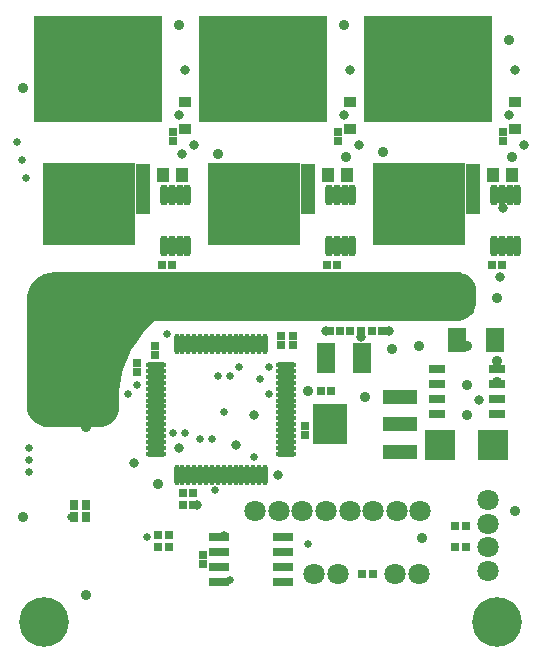
<source format=gbs>
G04 Layer_Color=16711935*
%FSAX24Y24*%
%MOIN*%
G70*
G01*
G75*
%ADD65R,0.0257X0.0297*%
%ADD74R,0.0285X0.0285*%
%ADD76R,0.0453X0.1674*%
%ADD77R,0.4253X0.3545*%
%ADD80R,0.0612X0.0828*%
%ADD87R,0.0285X0.0285*%
%ADD91C,0.0710*%
%ADD92C,0.1655*%
%ADD93C,0.0360*%
%ADD94C,0.0320*%
%ADD95C,0.0260*%
%ADD96C,0.0159*%
%ADD97R,0.0690X0.0316*%
%ADD98R,0.0986X0.0986*%
%ADD99R,0.0407X0.0328*%
%ADD100R,0.0434X0.0474*%
%ADD101R,0.2986X0.1041*%
%ADD102R,0.0592X0.1005*%
%ADD103R,0.1143X0.0474*%
%ADD104R,0.1143X0.1379*%
%ADD105R,0.0550X0.0300*%
%ADD106O,0.0178X0.0690*%
%ADD107O,0.0690X0.0178*%
%ADD108R,0.0297X0.0336*%
%ADD109O,0.0257X0.0710*%
%ADD110R,0.3080X0.2780*%
G36*
X053271Y031972D02*
X066671Y031972D01*
D01*
X066701Y031972D01*
X066703Y031972D01*
X066705Y031972D01*
X066793Y031963D01*
X066794Y031963D01*
X066795Y031963D01*
X066797Y031962D01*
X066798Y031962D01*
X066799Y031962D01*
X066801Y031962D01*
X066914Y031927D01*
X066915Y031927D01*
X066916Y031926D01*
X066917Y031926D01*
X066919Y031925D01*
X066920Y031925D01*
X066921Y031924D01*
X067025Y031869D01*
X067026Y031868D01*
X067027Y031867D01*
X067028Y031866D01*
X067030Y031866D01*
X067031Y031865D01*
X067032Y031864D01*
X067123Y031789D01*
X067124Y031788D01*
X067125Y031787D01*
X067126Y031786D01*
X067127Y031786D01*
X067128Y031785D01*
X067129Y031784D01*
X067204Y031692D01*
X067204Y031691D01*
X067205Y031690D01*
X067206Y031689D01*
X067207Y031688D01*
X067207Y031687D01*
X067208Y031686D01*
X067264Y031581D01*
X067264Y031580D01*
X067265Y031579D01*
X067265Y031578D01*
X067266Y031577D01*
X067266Y031575D01*
X067267Y031574D01*
X067301Y031461D01*
X067301Y031460D01*
X067302Y031459D01*
X067302Y031457D01*
X067302Y031456D01*
X067302Y031455D01*
X067303Y031453D01*
X067311Y031365D01*
X067311Y031363D01*
X067311Y031361D01*
X067311Y031332D01*
D01*
X067311Y030971D01*
Y030896D01*
X067311Y030895D01*
Y030893D01*
X067311Y030892D01*
X067311Y030891D01*
X067311Y030890D01*
X067311Y030888D01*
X067310Y030887D01*
X067310Y030886D01*
X067310Y030884D01*
X067309Y030883D01*
X067237Y030670D01*
X067236Y030669D01*
X067236Y030668D01*
X067235Y030667D01*
X067235Y030665D01*
X067234Y030664D01*
X067234Y030663D01*
X067233Y030662D01*
X067232Y030661D01*
X067232Y030660D01*
X067231Y030659D01*
X067139Y030539D01*
X067136Y030536D01*
X067132Y030532D01*
X067013Y030440D01*
X067011Y030440D01*
X067010Y030439D01*
X067009Y030438D01*
X067008Y030438D01*
X067007Y030437D01*
X067006Y030436D01*
X067005Y030436D01*
X067003Y030435D01*
X067002Y030435D01*
X067001Y030434D01*
X066788Y030362D01*
X066787Y030362D01*
X066786Y030361D01*
X066784Y030361D01*
X066783Y030361D01*
X066782Y030361D01*
X066780Y030360D01*
X066779Y030360D01*
X066778Y030360D01*
X066777D01*
X066775Y030360D01*
X066700D01*
X062000Y030360D01*
X056617Y030360D01*
X056512Y030270D01*
X056196Y029934D01*
X055991Y029658D01*
X055815Y029364D01*
X055668Y029054D01*
X055553Y028731D01*
X055469Y028398D01*
X055418Y028026D01*
X055411Y027902D01*
X055411Y027432D01*
X055411Y027432D01*
X055411Y027432D01*
X055411Y027429D01*
X055411Y027427D01*
X055411Y027426D01*
X055411Y027426D01*
X055405Y027384D01*
X055405Y027383D01*
X055405Y027383D01*
X055404Y027381D01*
X055404Y027378D01*
X055404Y027378D01*
X055404Y027378D01*
X055368Y027253D01*
X055367Y027252D01*
X055367Y027250D01*
X055366Y027250D01*
X055366Y027248D01*
X055365Y027247D01*
X055364Y027246D01*
X055301Y027128D01*
X055301Y027127D01*
X055300Y027125D01*
X055299Y027124D01*
X055299Y027123D01*
X055298Y027122D01*
X055297Y027121D01*
X055212Y027018D01*
X055211Y027017D01*
X055210Y027016D01*
X055209Y027015D01*
X055209Y027014D01*
X055208Y027013D01*
X055207Y027012D01*
X055103Y026927D01*
X055102Y026926D01*
X055101Y026926D01*
X055100Y026925D01*
X055099Y026924D01*
X055098Y026924D01*
X055097Y026923D01*
X054979Y026860D01*
X054977Y026859D01*
X054976Y026859D01*
X054975Y026858D01*
X054974Y026858D01*
X054973Y026857D01*
X054971Y026857D01*
X054843Y026818D01*
X054841Y026817D01*
X054839Y026817D01*
X054839Y026817D01*
X054838Y026817D01*
X054836Y026817D01*
X054834Y026816D01*
X054664Y026805D01*
X054663Y026805D01*
X054661Y026805D01*
X054660Y026805D01*
X054659D01*
X054658Y026805D01*
X054656Y026805D01*
X054602Y026813D01*
X053055D01*
X053022Y026813D01*
X053020Y026813D01*
X053018Y026813D01*
X052917Y026823D01*
X052916Y026823D01*
X052915Y026823D01*
X052913Y026823D01*
X052912Y026824D01*
X052911Y026824D01*
X052909Y026824D01*
X052781Y026863D01*
X052779Y026864D01*
X052778Y026864D01*
X052777Y026865D01*
X052776Y026865D01*
X052775Y026866D01*
X052773Y026866D01*
X052655Y026930D01*
X052653Y026931D01*
X052652Y026931D01*
X052651Y026932D01*
X052650Y026933D01*
X052649Y026934D01*
X052648Y026934D01*
X052544Y027020D01*
X052543Y027021D01*
X052542Y027022D01*
X052541Y027023D01*
X052540Y027023D01*
X052539Y027024D01*
X052538Y027025D01*
X052453Y027130D01*
X052452Y027131D01*
X052451Y027132D01*
X052451Y027133D01*
X052450Y027134D01*
X052449Y027135D01*
X052448Y027136D01*
X052385Y027255D01*
X052384Y027256D01*
X052384Y027257D01*
X052383Y027258D01*
X052383Y027260D01*
X052382Y027261D01*
X052382Y027262D01*
X052343Y027391D01*
X052343Y027392D01*
X052342Y027394D01*
X052342Y027395D01*
X052342Y027396D01*
X052342Y027397D01*
X052341Y027399D01*
X052331Y027499D01*
X052331Y027501D01*
X052331Y027503D01*
X052331Y027537D01*
D01*
X052331Y031032D01*
X052331Y031076D01*
X052331Y031078D01*
X052331Y031080D01*
X052344Y031212D01*
X052345Y031214D01*
X052345Y031215D01*
X052345Y031216D01*
X052345Y031218D01*
X052346Y031219D01*
X052346Y031220D01*
X052397Y031390D01*
X052398Y031391D01*
X052398Y031392D01*
X052399Y031393D01*
X052399Y031395D01*
X052400Y031396D01*
X052400Y031397D01*
X052484Y031553D01*
X052485Y031554D01*
X052485Y031556D01*
X052486Y031557D01*
X052487Y031558D01*
X052488Y031559D01*
X052488Y031560D01*
X052601Y031697D01*
X052602Y031698D01*
X052603Y031699D01*
X052603Y031700D01*
X052604Y031701D01*
X052605Y031701D01*
X052606Y031702D01*
X052743Y031815D01*
X052744Y031816D01*
X052745Y031816D01*
X052747Y031817D01*
X052748Y031818D01*
X052749Y031818D01*
X052750Y031819D01*
X052906Y031903D01*
X052907Y031903D01*
X052909Y031904D01*
X052910Y031904D01*
X052911Y031905D01*
X052912Y031905D01*
X052913Y031906D01*
X053083Y031957D01*
X053084Y031957D01*
X053086Y031958D01*
X053087Y031958D01*
X053088Y031958D01*
X053090Y031959D01*
X053091Y031959D01*
X053223Y031972D01*
X053225Y031972D01*
X053227Y031972D01*
X053271Y031972D01*
D02*
G37*
D65*
X066977Y023500D02*
D03*
X066623D02*
D03*
X066977Y022800D02*
D03*
X066623D02*
D03*
X063877Y021900D02*
D03*
X063523D02*
D03*
X056723Y022800D02*
D03*
X057077D02*
D03*
X057077Y023200D02*
D03*
X056723D02*
D03*
X063477Y030000D02*
D03*
X063123D02*
D03*
D74*
X057157Y032200D02*
D03*
X056843D02*
D03*
X064157Y030000D02*
D03*
X063843D02*
D03*
X062757D02*
D03*
X062443D02*
D03*
X062457Y028000D02*
D03*
X062143D02*
D03*
X057857Y024200D02*
D03*
X057543D02*
D03*
X057857Y024600D02*
D03*
X057543D02*
D03*
X068157Y032200D02*
D03*
X067843D02*
D03*
X062657D02*
D03*
X062343D02*
D03*
D76*
X064200Y034739D02*
D03*
X064700D02*
D03*
X065200D02*
D03*
X066200D02*
D03*
X066700D02*
D03*
X067200D02*
D03*
X061700D02*
D03*
X061200D02*
D03*
X060700D02*
D03*
X059700D02*
D03*
X059200D02*
D03*
X058700D02*
D03*
X053200D02*
D03*
X053700D02*
D03*
X054200D02*
D03*
X055200D02*
D03*
X055700D02*
D03*
X056200D02*
D03*
D77*
X065700Y038755D02*
D03*
X060200D02*
D03*
X054700D02*
D03*
D80*
X067930Y029700D02*
D03*
X066670D02*
D03*
D87*
X058200Y022557D02*
D03*
Y022243D02*
D03*
X061600Y026857D02*
D03*
Y026543D02*
D03*
X061200Y029857D02*
D03*
Y029543D02*
D03*
X060800Y029857D02*
D03*
Y029543D02*
D03*
X056000Y028957D02*
D03*
Y028643D02*
D03*
X056600Y029515D02*
D03*
Y029200D02*
D03*
X068200Y036657D02*
D03*
Y036343D02*
D03*
X062700Y036657D02*
D03*
Y036343D02*
D03*
X057200Y036657D02*
D03*
Y036343D02*
D03*
D91*
X061906Y021900D02*
D03*
X062694D02*
D03*
X065394D02*
D03*
X064606D02*
D03*
X063881Y024000D02*
D03*
X059944D02*
D03*
X060732D02*
D03*
X061519D02*
D03*
X062309D02*
D03*
X063099D02*
D03*
X064668D02*
D03*
X065456D02*
D03*
X067700Y022019D02*
D03*
Y022806D02*
D03*
Y023594D02*
D03*
Y024384D02*
D03*
D92*
X068000Y020300D02*
D03*
X052900D02*
D03*
D93*
X067000Y029500D02*
D03*
X064400Y038800D02*
D03*
X065100D02*
D03*
X065800D02*
D03*
X066500D02*
D03*
X058900D02*
D03*
X059600D02*
D03*
X060300D02*
D03*
X061000D02*
D03*
X053400D02*
D03*
X054100D02*
D03*
X054800D02*
D03*
X055500D02*
D03*
X062976Y035800D02*
D03*
X058700Y035909D02*
D03*
X064200Y035991D02*
D03*
X068400Y039700D02*
D03*
X062900Y040200D02*
D03*
X057400D02*
D03*
X052200Y038100D02*
D03*
X057300Y030800D02*
D03*
X056700Y024900D02*
D03*
X052200Y023800D02*
D03*
X054300Y021200D02*
D03*
X068600Y024000D02*
D03*
X061700Y028000D02*
D03*
X065400Y029500D02*
D03*
X067000Y028200D02*
D03*
X061300Y030800D02*
D03*
X063600Y027800D02*
D03*
X064500Y029400D02*
D03*
X068000Y031100D02*
D03*
X064761Y025994D02*
D03*
X064400Y038100D02*
D03*
X065100D02*
D03*
X065800D02*
D03*
X066500D02*
D03*
X064400Y037400D02*
D03*
X065100D02*
D03*
X065800D02*
D03*
X066500D02*
D03*
X058900Y038100D02*
D03*
X059600D02*
D03*
X060300D02*
D03*
X061000D02*
D03*
X058900Y037400D02*
D03*
X059600D02*
D03*
X060300D02*
D03*
X061000D02*
D03*
X055500D02*
D03*
X054800D02*
D03*
X054100D02*
D03*
X053400D02*
D03*
X055500Y038100D02*
D03*
X054800D02*
D03*
X054100D02*
D03*
X053400D02*
D03*
X068500Y035800D02*
D03*
X068000Y028300D02*
D03*
Y029000D02*
D03*
X065500Y023100D02*
D03*
X054300Y027400D02*
D03*
Y026800D02*
D03*
X067000Y027200D02*
D03*
D94*
X067400Y027700D02*
D03*
X068100Y031800D02*
D03*
X068200Y034100D02*
D03*
X057400Y037200D02*
D03*
X068400D02*
D03*
X062900D02*
D03*
X058000Y024200D02*
D03*
X059300Y026200D02*
D03*
X060700Y025200D02*
D03*
X057400Y026100D02*
D03*
X059900Y027200D02*
D03*
X063481Y029821D02*
D03*
X064400Y030000D02*
D03*
X062300D02*
D03*
X055900Y025600D02*
D03*
X068600Y038700D02*
D03*
X063100D02*
D03*
X057600D02*
D03*
X063400Y036200D02*
D03*
X057500Y035900D02*
D03*
X057900Y036200D02*
D03*
X068900D02*
D03*
X066400Y031100D02*
D03*
D95*
X056325Y023137D02*
D03*
X059100Y021700D02*
D03*
X058900Y023200D02*
D03*
X058600Y024700D02*
D03*
X061700Y022900D02*
D03*
X052182Y035700D02*
D03*
X052300Y035100D02*
D03*
X052000Y036300D02*
D03*
X057000Y029900D02*
D03*
X060100Y028400D02*
D03*
X060400Y028800D02*
D03*
X058100Y026400D02*
D03*
X058500D02*
D03*
X053800Y023800D02*
D03*
X058700Y028500D02*
D03*
X059100D02*
D03*
X057600Y026600D02*
D03*
X057200D02*
D03*
X058900Y027300D02*
D03*
X059400Y028800D02*
D03*
X059900Y025800D02*
D03*
X055700Y027900D02*
D03*
X056000Y028200D02*
D03*
X060400Y027900D02*
D03*
X052400Y025300D02*
D03*
Y025700D02*
D03*
Y026100D02*
D03*
D96*
X066597Y030403D02*
D03*
X066203D02*
D03*
X066597Y030797D02*
D03*
X066203D02*
D03*
D97*
X060863Y023150D02*
D03*
Y022650D02*
D03*
Y022150D02*
D03*
Y021650D02*
D03*
X058737Y023150D02*
D03*
Y022650D02*
D03*
Y022150D02*
D03*
Y021650D02*
D03*
D98*
X067886Y026200D02*
D03*
X066114D02*
D03*
D99*
X068600Y037639D02*
D03*
Y036761D02*
D03*
X063100Y037639D02*
D03*
Y036761D02*
D03*
X057600Y037639D02*
D03*
Y036761D02*
D03*
D100*
X068515Y035200D02*
D03*
X067885D02*
D03*
X063015D02*
D03*
X062385D02*
D03*
X057515D02*
D03*
X056885D02*
D03*
D101*
X065400Y031424D02*
D03*
Y033376D02*
D03*
X059900Y031424D02*
D03*
Y033376D02*
D03*
X054400Y031424D02*
D03*
Y033376D02*
D03*
D102*
X063496Y029100D02*
D03*
X062296D02*
D03*
D103*
X064761Y027806D02*
D03*
Y026900D02*
D03*
Y025994D02*
D03*
D104*
X062439Y026900D02*
D03*
D105*
X067995Y028750D02*
D03*
Y028250D02*
D03*
Y027750D02*
D03*
Y027250D02*
D03*
X066005Y028750D02*
D03*
Y028250D02*
D03*
Y027750D02*
D03*
Y027250D02*
D03*
D106*
X060276Y029575D02*
D03*
X060080D02*
D03*
X059883D02*
D03*
X059686D02*
D03*
X059489D02*
D03*
X059292D02*
D03*
X059095D02*
D03*
X058898D02*
D03*
X058702D02*
D03*
X058505D02*
D03*
X058308D02*
D03*
X058111D02*
D03*
X057914D02*
D03*
X057717D02*
D03*
X057520D02*
D03*
X057324D02*
D03*
Y025225D02*
D03*
X057520D02*
D03*
X057717D02*
D03*
X057914D02*
D03*
X058111D02*
D03*
X058308D02*
D03*
X058505D02*
D03*
X058702D02*
D03*
X058898D02*
D03*
X059095D02*
D03*
X059292D02*
D03*
X059489D02*
D03*
X059686D02*
D03*
X059883D02*
D03*
X060080D02*
D03*
X060276D02*
D03*
D107*
X056625Y028876D02*
D03*
Y028680D02*
D03*
Y028483D02*
D03*
Y028286D02*
D03*
Y028089D02*
D03*
Y027892D02*
D03*
Y027695D02*
D03*
Y027498D02*
D03*
Y027302D02*
D03*
Y027105D02*
D03*
Y026908D02*
D03*
Y026711D02*
D03*
Y026514D02*
D03*
Y026317D02*
D03*
Y026120D02*
D03*
Y025924D02*
D03*
X060975D02*
D03*
Y026120D02*
D03*
Y026317D02*
D03*
Y026514D02*
D03*
Y026711D02*
D03*
Y026908D02*
D03*
Y027105D02*
D03*
Y027302D02*
D03*
Y027498D02*
D03*
Y027695D02*
D03*
Y027892D02*
D03*
Y028089D02*
D03*
Y028286D02*
D03*
Y028483D02*
D03*
Y028680D02*
D03*
Y028876D02*
D03*
D108*
X053903Y023800D02*
D03*
X054297D02*
D03*
X053903Y024200D02*
D03*
X054297D02*
D03*
D109*
X067916Y034546D02*
D03*
X068172D02*
D03*
X068428D02*
D03*
X068684D02*
D03*
X067916Y032854D02*
D03*
X068172D02*
D03*
X068428D02*
D03*
X068684D02*
D03*
X062416Y034546D02*
D03*
X062672D02*
D03*
X062928D02*
D03*
X063184D02*
D03*
X062416Y032854D02*
D03*
X062672D02*
D03*
X062928D02*
D03*
X063184D02*
D03*
X056916Y034546D02*
D03*
X057172D02*
D03*
X057428D02*
D03*
X057684D02*
D03*
X056916Y032854D02*
D03*
X057172D02*
D03*
X057428D02*
D03*
X057684D02*
D03*
D110*
X065400Y034250D02*
D03*
X059900D02*
D03*
X054400D02*
D03*
M02*

</source>
